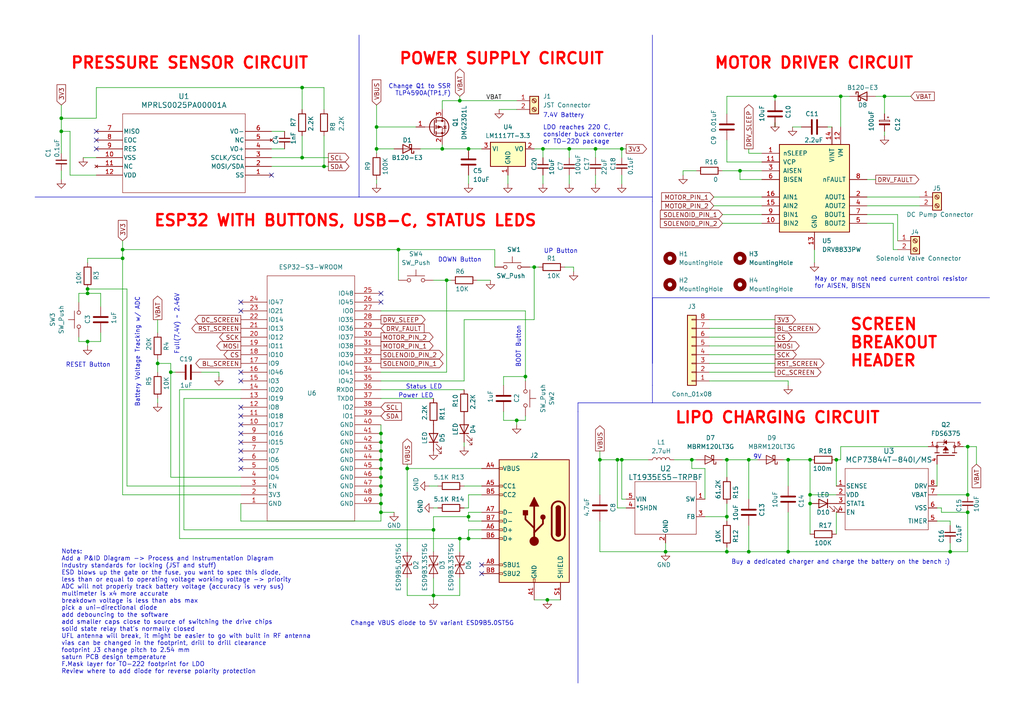
<source format=kicad_sch>
(kicad_sch (version 20230121) (generator eeschema)
  (paper "A4")
  (title_block (title "AT01 - Initial Revision") (date "2023-11-16") (rev "1"))
  (junction (at 110.49 133.35))
  (junction (at 125.73 172.72))
  (junction (at 234.95 143.51))
  (junction (at 25.4 85.09))
  (junction (at 110.49 148.59))
  (junction (at 180.34 43.18))
  (junction (at 118.11 135.89))
  (junction (at 275.59 160.02))
  (junction (at 135.89 43.18))
  (junction (at 217.17 160.02))
  (junction (at 110.49 146.05))
  (junction (at 217.17 133.35))
  (junction (at 110.49 128.27))
  (junction (at 110.49 140.97))
  (junction (at 109.22 43.18))
  (junction (at 210.82 149.86))
  (junction (at 109.22 36.83))
  (junction (at 110.49 135.89))
  (junction (at 129.54 81.28))
  (junction (at 157.48 43.18))
  (junction (at 154.94 77.47))
  (junction (at 200.66 133.35))
  (junction (at 17.78 38.1))
  (junction (at 128.27 43.18))
  (junction (at 256.54 27.94))
  (junction (at 35.56 74.93))
  (junction (at 228.6 160.02))
  (junction (at 135.89 149.86))
  (junction (at 87.63 25.4))
  (junction (at 49.53 107.95))
  (junction (at 280.67 129.54))
  (junction (at 280.67 148.59))
  (junction (at 125.73 153.67))
  (junction (at 45.72 105.41))
  (junction (at 173.99 133.35))
  (junction (at 165.1 43.18))
  (junction (at 180.34 133.35))
  (junction (at 25.4 83.82))
  (junction (at 158.75 173.99))
  (junction (at 179.07 133.35))
  (junction (at 110.49 138.43))
  (junction (at 243.84 27.94))
  (junction (at 35.56 72.39))
  (junction (at 210.82 160.02))
  (junction (at 93.98 48.26))
  (junction (at 87.63 45.72))
  (junction (at 193.04 160.02))
  (junction (at 214.63 49.53))
  (junction (at 234.95 146.05))
  (junction (at 280.67 143.51))
  (junction (at 172.72 43.18))
  (junction (at 228.6 133.35))
  (junction (at 135.89 156.21))
  (junction (at 17.78 34.29))
  (junction (at 133.35 29.21))
  (junction (at 152.4 109.22))
  (junction (at 210.82 133.35))
  (junction (at 115.57 72.39))
  (junction (at 242.57 133.35))
  (junction (at 234.95 133.35))
  (junction (at 110.49 130.81))
  (junction (at 110.49 125.73))
  (junction (at 25.4 99.06))
  (junction (at 149.86 121.92))
  (junction (at 110.49 143.51))
  (junction (at 224.79 27.94))
  (junction (at 133.35 156.21))
  (no_connect (at 69.85 110.49))
  (no_connect (at 110.49 85.09))
  (no_connect (at 27.94 40.64))
  (no_connect (at 139.7 166.37))
  (no_connect (at 69.85 128.27))
  (no_connect (at 69.85 87.63))
  (no_connect (at 110.49 87.63))
  (no_connect (at 69.85 133.35))
  (no_connect (at 27.94 43.18))
  (no_connect (at 69.85 125.73))
  (no_connect (at 78.74 50.8))
  (no_connect (at 69.85 123.19))
  (no_connect (at 69.85 118.11))
  (no_connect (at 69.85 130.81))
  (no_connect (at 139.7 163.83))
  (no_connect (at 69.85 90.17))
  (no_connect (at 69.85 135.89))
  (no_connect (at 69.85 107.95))
  (no_connect (at 69.85 120.65))
  (no_connect (at 27.94 38.1))
  (wire (pts (xy 180.34 43.18) (xy 180.34 45.72)))
  (wire (pts (xy 220.98 49.53) (xy 214.63 49.53)))
  (wire (pts (xy 133.35 156.21) (xy 133.35 160.02)))
  (wire (pts (xy 110.49 113.03) (xy 134.62 113.03)))
  (wire (pts (xy 210.82 133.35) (xy 217.17 133.35)))
  (wire (pts (xy 93.98 25.4) (xy 93.98 31.75)))
  (wire (pts (xy 69.85 151.13) (xy 69.85 146.05)))
  (wire (pts (xy 280.67 143.51) (xy 280.67 129.54)))
  (wire (pts (xy 157.48 43.18) (xy 165.1 43.18)))
  (wire (pts (xy 179.07 147.32) (xy 179.07 133.35)))
  (wire (pts (xy 279.4 129.54) (xy 280.67 129.54)))
  (polyline (pts (xy 167.64 119.38) (xy 167.64 198.12)))
  (wire (pts (xy 204.47 149.86) (xy 210.82 149.86)))
  (polyline (pts (xy 189.23 86.36) (xy 189.23 105.41)))
  (wire (pts (xy 146.05 119.38) (xy 146.05 121.92)))
  (polyline (pts (xy 104.14 10.16) (xy 104.14 57.15)))
  (wire (pts (xy 158.75 173.99) (xy 162.56 173.99)))
  (wire (pts (xy 193.04 157.48) (xy 193.04 160.02)))
  (wire (pts (xy 234.95 143.51) (xy 234.95 133.35)))
  (wire (pts (xy 118.11 135.89) (xy 139.7 135.89)))
  (wire (pts (xy 201.93 133.35) (xy 200.66 133.35)))
  (wire (pts (xy 217.17 133.35) (xy 219.71 133.35)))
  (wire (pts (xy 110.49 143.51) (xy 110.49 146.05)))
  (wire (pts (xy 210.82 146.05) (xy 210.82 149.86)))
  (wire (pts (xy 53.34 115.57) (xy 53.34 153.67)))
  (wire (pts (xy 152.4 121.92) (xy 149.86 121.92)))
  (wire (pts (xy 110.49 133.35) (xy 110.49 135.89)))
  (wire (pts (xy 87.63 45.72) (xy 95.25 45.72)))
  (wire (pts (xy 207.01 57.15) (xy 220.98 57.15)))
  (wire (pts (xy 234.95 146.05) (xy 234.95 154.94)))
  (wire (pts (xy 228.6 133.35) (xy 228.6 140.97)))
  (wire (pts (xy 53.34 153.67) (xy 125.73 153.67)))
  (wire (pts (xy 227.33 133.35) (xy 228.6 133.35)))
  (wire (pts (xy 24.13 45.72) (xy 27.94 45.72)))
  (wire (pts (xy 173.99 133.35) (xy 173.99 143.51)))
  (polyline (pts (xy 189.23 116.84) (xy 284.48 116.84)))
  (wire (pts (xy 146.05 111.76) (xy 146.05 109.22)))
  (wire (pts (xy 280.67 160.02) (xy 275.59 160.02)))
  (wire (pts (xy 135.89 149.86) (xy 135.89 151.13)))
  (wire (pts (xy 217.17 44.45) (xy 220.98 44.45)))
  (wire (pts (xy 139.7 148.59) (xy 135.89 148.59)))
  (wire (pts (xy 181.61 144.78) (xy 180.34 144.78)))
  (wire (pts (xy 69.85 151.13) (xy 110.49 151.13)))
  (wire (pts (xy 256.54 27.94) (xy 256.54 33.02)))
  (wire (pts (xy 29.21 88.9) (xy 29.21 85.09)))
  (wire (pts (xy 205.74 107.95) (xy 224.79 107.95)))
  (wire (pts (xy 242.57 133.35) (xy 242.57 140.97)))
  (wire (pts (xy 144.78 31.75) (xy 149.86 31.75)))
  (wire (pts (xy 133.35 29.21) (xy 149.86 29.21)))
  (wire (pts (xy 133.35 172.72) (xy 125.73 172.72)))
  (wire (pts (xy 256.54 38.1) (xy 256.54 39.37)))
  (wire (pts (xy 205.74 100.33) (xy 224.79 100.33)))
  (wire (pts (xy 25.4 99.06) (xy 29.21 99.06)))
  (wire (pts (xy 29.21 96.52) (xy 29.21 99.06)))
  (polyline (pts (xy 189.23 57.15) (xy 104.14 57.15)))
  (wire (pts (xy 242.57 143.51) (xy 234.95 143.51)))
  (wire (pts (xy 133.35 27.94) (xy 133.35 29.21)))
  (wire (pts (xy 271.78 151.13) (xy 275.59 151.13)))
  (wire (pts (xy 110.49 148.59) (xy 110.49 151.13)))
  (wire (pts (xy 125.73 149.86) (xy 135.89 149.86)))
  (wire (pts (xy 271.78 147.32) (xy 273.05 147.32)))
  (wire (pts (xy 275.59 160.02) (xy 228.6 160.02)))
  (wire (pts (xy 135.89 43.18) (xy 139.7 43.18)))
  (wire (pts (xy 205.74 110.49) (xy 228.6 110.49)))
  (wire (pts (xy 228.6 110.49) (xy 228.6 111.76)))
  (wire (pts (xy 27.94 50.8) (xy 20.32 50.8)))
  (wire (pts (xy 217.17 133.35) (xy 217.17 144.78)))
  (wire (pts (xy 153.67 77.47) (xy 154.94 77.47)))
  (wire (pts (xy 193.04 160.02) (xy 210.82 160.02)))
  (wire (pts (xy 109.22 30.48) (xy 109.22 36.83)))
  (wire (pts (xy 125.73 172.72) (xy 125.73 173.99)))
  (wire (pts (xy 133.35 167.64) (xy 133.35 172.72)))
  (wire (pts (xy 139.7 153.67) (xy 135.89 153.67)))
  (wire (pts (xy 17.78 49.53) (xy 17.78 52.07)))
  (wire (pts (xy 220.98 52.07) (xy 214.63 52.07)))
  (wire (pts (xy 134.62 128.27) (xy 134.62 129.54)))
  (wire (pts (xy 166.37 78.74) (xy 166.37 77.47)))
  (wire (pts (xy 78.74 43.18) (xy 82.55 43.18)))
  (wire (pts (xy 110.49 123.19) (xy 110.49 125.73)))
  (wire (pts (xy 209.55 49.53) (xy 214.63 49.53)))
  (wire (pts (xy 127 140.97) (xy 124.46 140.97)))
  (wire (pts (xy 210.82 27.94) (xy 224.79 27.94)))
  (wire (pts (xy 69.85 140.97) (xy 36.83 140.97)))
  (wire (pts (xy 22.86 99.06) (xy 25.4 99.06)))
  (wire (pts (xy 271.78 140.97) (xy 271.78 134.62)))
  (wire (pts (xy 78.74 48.26) (xy 93.98 48.26)))
  (wire (pts (xy 135.89 143.51) (xy 135.89 147.32)))
  (wire (pts (xy 251.46 59.69) (xy 266.7 59.69)))
  (wire (pts (xy 52.07 156.21) (xy 52.07 113.03)))
  (wire (pts (xy 69.85 143.51) (xy 35.56 143.51)))
  (wire (pts (xy 35.56 69.85) (xy 35.56 72.39)))
  (wire (pts (xy 20.32 50.8) (xy 20.32 38.1)))
  (wire (pts (xy 149.86 121.92) (xy 149.86 123.19)))
  (wire (pts (xy 134.62 110.49) (xy 134.62 92.71)))
  (wire (pts (xy 17.78 34.29) (xy 17.78 38.1)))
  (wire (pts (xy 214.63 52.07) (xy 214.63 49.53)))
  (wire (pts (xy 110.49 125.73) (xy 110.49 128.27)))
  (wire (pts (xy 242.57 148.59) (xy 242.57 154.94)))
  (wire (pts (xy 205.74 97.79) (xy 224.79 97.79)))
  (wire (pts (xy 259.08 64.77) (xy 251.46 64.77)))
  (wire (pts (xy 25.4 83.82) (xy 36.83 83.82)))
  (wire (pts (xy 129.54 81.28) (xy 130.81 81.28)))
  (wire (pts (xy 25.4 85.09) (xy 29.21 85.09)))
  (wire (pts (xy 210.82 149.86) (xy 210.82 151.13)))
  (wire (pts (xy 256.54 27.94) (xy 264.16 27.94)))
  (wire (pts (xy 204.47 144.78) (xy 204.47 135.89)))
  (wire (pts (xy 109.22 36.83) (xy 109.22 43.18)))
  (wire (pts (xy 165.1 43.18) (xy 165.1 45.72)))
  (wire (pts (xy 210.82 133.35) (xy 210.82 138.43)))
  (polyline (pts (xy 189.23 116.84) (xy 167.64 116.84)))
  (wire (pts (xy 139.7 140.97) (xy 134.62 140.97)))
  (wire (pts (xy 125.73 81.28) (xy 129.54 81.28)))
  (wire (pts (xy 210.82 133.35) (xy 209.55 133.35)))
  (wire (pts (xy 224.79 35.56) (xy 224.79 36.83)))
  (wire (pts (xy 210.82 160.02) (xy 210.82 158.75)))
  (wire (pts (xy 210.82 46.99) (xy 220.98 46.99)))
  (wire (pts (xy 114.3 148.59) (xy 110.49 148.59)))
  (wire (pts (xy 45.72 92.71) (xy 45.72 96.52)))
  (wire (pts (xy 152.4 90.17) (xy 152.4 109.22)))
  (wire (pts (xy 234.95 133.35) (xy 228.6 133.35)))
  (wire (pts (xy 129.54 107.95) (xy 129.54 81.28)))
  (wire (pts (xy 63.5 109.22) (xy 63.5 107.95)))
  (wire (pts (xy 135.89 50.8) (xy 135.89 53.34)))
  (wire (pts (xy 275.59 151.13) (xy 275.59 152.4)))
  (wire (pts (xy 110.49 135.89) (xy 110.49 138.43)))
  (wire (pts (xy 49.53 107.95) (xy 50.8 107.95)))
  (wire (pts (xy 210.82 27.94) (xy 210.82 33.02)))
  (wire (pts (xy 280.67 148.59) (xy 280.67 160.02)))
  (wire (pts (xy 118.11 134.62) (xy 118.11 135.89)))
  (wire (pts (xy 259.08 72.39) (xy 259.08 64.77)))
  (polyline (pts (xy 189.23 111.76) (xy 189.23 116.84)))
  (wire (pts (xy 87.63 25.4) (xy 87.63 31.75)))
  (wire (pts (xy 200.66 135.89) (xy 200.66 133.35)))
  (wire (pts (xy 110.49 130.81) (xy 110.49 133.35)))
  (wire (pts (xy 125.73 149.86) (xy 125.73 153.67)))
  (wire (pts (xy 128.27 41.91) (xy 128.27 43.18)))
  (wire (pts (xy 154.94 43.18) (xy 157.48 43.18)))
  (wire (pts (xy 165.1 43.18) (xy 172.72 43.18)))
  (wire (pts (xy 128.27 29.21) (xy 128.27 31.75)))
  (wire (pts (xy 152.4 120.65) (xy 152.4 121.92)))
  (wire (pts (xy 152.4 109.22) (xy 152.4 110.49)))
  (wire (pts (xy 139.7 143.51) (xy 135.89 143.51)))
  (wire (pts (xy 154.94 77.47) (xy 156.21 77.47)))
  (wire (pts (xy 22.86 85.09) (xy 22.86 87.63)))
  (wire (pts (xy 135.89 156.21) (xy 133.35 156.21)))
  (wire (pts (xy 172.72 43.18) (xy 172.72 45.72)))
  (wire (pts (xy 157.48 43.18) (xy 157.48 45.72)))
  (polyline (pts (xy 167.64 116.84) (xy 167.64 119.38)))
  (wire (pts (xy 110.49 146.05) (xy 110.49 148.59)))
  (wire (pts (xy 165.1 50.8) (xy 165.1 53.34)))
  (wire (pts (xy 120.65 36.83) (xy 109.22 36.83)))
  (wire (pts (xy 283.21 129.54) (xy 283.21 134.62)))
  (wire (pts (xy 259.08 72.39) (xy 260.35 72.39)))
  (wire (pts (xy 27.94 25.4) (xy 87.63 25.4)))
  (wire (pts (xy 205.74 102.87) (xy 224.79 102.87)))
  (polyline (pts (xy 189.23 10.16) (xy 189.23 58.42)))
  (wire (pts (xy 25.4 74.93) (xy 25.4 76.2)))
  (wire (pts (xy 273.05 147.32) (xy 273.05 148.59)))
  (wire (pts (xy 228.6 160.02) (xy 217.17 160.02)))
  (wire (pts (xy 224.79 27.94) (xy 243.84 27.94)))
  (wire (pts (xy 198.12 50.8) (xy 198.12 49.53)))
  (polyline (pts (xy 189.23 58.42) (xy 189.23 86.36)))
  (wire (pts (xy 173.99 133.35) (xy 179.07 133.35)))
  (wire (pts (xy 36.83 83.82) (xy 36.83 140.97)))
  (wire (pts (xy 166.37 77.47) (xy 163.83 77.47)))
  (wire (pts (xy 109.22 52.07) (xy 109.22 53.34)))
  (wire (pts (xy 17.78 30.48) (xy 17.78 34.29)))
  (wire (pts (xy 243.84 27.94) (xy 243.84 36.83)))
  (wire (pts (xy 210.82 40.64) (xy 210.82 46.99)))
  (wire (pts (xy 115.57 72.39) (xy 143.51 72.39)))
  (wire (pts (xy 110.49 90.17) (xy 152.4 90.17)))
  (polyline (pts (xy 189.23 86.36) (xy 189.23 111.76)))
  (wire (pts (xy 149.86 121.92) (xy 146.05 121.92)))
  (wire (pts (xy 205.74 105.41) (xy 224.79 105.41)))
  (wire (pts (xy 125.73 167.64) (xy 125.73 172.72)))
  (wire (pts (xy 280.67 129.54) (xy 283.21 129.54)))
  (wire (pts (xy 128.27 29.21) (xy 133.35 29.21)))
  (wire (pts (xy 110.49 107.95) (xy 129.54 107.95)))
  (wire (pts (xy 154.94 92.71) (xy 154.94 77.47)))
  (wire (pts (xy 49.53 138.43) (xy 49.53 107.95)))
  (wire (pts (xy 243.84 133.35) (xy 242.57 133.35)))
  (wire (pts (xy 22.86 97.79) (xy 22.86 99.06)))
  (wire (pts (xy 157.48 50.8) (xy 157.48 53.34)))
  (wire (pts (xy 45.72 104.14) (xy 45.72 105.41)))
  (wire (pts (xy 110.49 110.49) (xy 134.62 110.49)))
  (wire (pts (xy 121.92 43.18) (xy 128.27 43.18)))
  (wire (pts (xy 93.98 39.37) (xy 93.98 48.26)))
  (wire (pts (xy 204.47 135.89) (xy 200.66 135.89)))
  (wire (pts (xy 125.73 153.67) (xy 125.73 160.02)))
  (wire (pts (xy 134.62 92.71) (xy 154.94 92.71)))
  (wire (pts (xy 109.22 43.18) (xy 109.22 44.45)))
  (wire (pts (xy 260.35 62.23) (xy 251.46 62.23)))
  (wire (pts (xy 154.94 173.99) (xy 158.75 173.99)))
  (wire (pts (xy 260.35 69.85) (xy 260.35 62.23)))
  (wire (pts (xy 271.78 143.51) (xy 280.67 143.51)))
  (wire (pts (xy 243.84 129.54) (xy 243.84 133.35)))
  (wire (pts (xy 179.07 133.35) (xy 180.34 133.35)))
  (wire (pts (xy 45.72 105.41) (xy 45.72 107.95)))
  (wire (pts (xy 180.34 144.78) (xy 180.34 133.35)))
  (wire (pts (xy 172.72 50.8) (xy 172.72 53.34)))
  (wire (pts (xy 209.55 64.77) (xy 220.98 64.77)))
  (wire (pts (xy 135.89 147.32) (xy 134.62 147.32)))
  (wire (pts (xy 180.34 50.8) (xy 180.34 53.34)))
  (wire (pts (xy 152.4 109.22) (xy 146.05 109.22)))
  (wire (pts (xy 198.12 49.53) (xy 201.93 49.53)))
  (wire (pts (xy 205.74 92.71) (xy 224.79 92.71)))
  (wire (pts (xy 69.85 115.57) (xy 53.34 115.57)))
  (wire (pts (xy 128.27 43.18) (xy 135.89 43.18)))
  (wire (pts (xy 236.22 72.39) (xy 236.22 76.2)))
  (wire (pts (xy 52.07 113.03) (xy 69.85 113.03)))
  (wire (pts (xy 115.57 81.28) (xy 115.57 72.39)))
  (wire (pts (xy 207.01 59.69) (xy 220.98 59.69)))
  (wire (pts (xy 243.84 27.94) (xy 246.38 27.94)))
  (wire (pts (xy 241.3 36.83) (xy 240.03 36.83)))
  (wire (pts (xy 217.17 43.18) (xy 217.17 44.45)))
  (wire (pts (xy 228.6 148.59) (xy 228.6 160.02)))
  (wire (pts (xy 195.58 133.35) (xy 200.66 133.35)))
  (wire (pts (xy 173.99 151.13) (xy 173.99 160.02)))
  (wire (pts (xy 229.87 36.83) (xy 232.41 36.83)))
  (wire (pts (xy 110.49 138.43) (xy 110.49 140.97)))
  (wire (pts (xy 135.89 148.59) (xy 135.89 149.86)))
  (wire (pts (xy 172.72 43.18) (xy 180.34 43.18)))
  (wire (pts (xy 173.99 160.02) (xy 193.04 160.02)))
  (wire (pts (xy 35.56 74.93) (xy 35.56 143.51)))
  (wire (pts (xy 269.24 129.54) (xy 243.84 129.54)))
  (wire (pts (xy 125.73 172.72) (xy 118.11 172.72)))
  (wire (pts (xy 110.49 140.97) (xy 110.49 143.51)))
  (wire (pts (xy 45.72 105.41) (xy 49.53 105.41)))
  (wire (pts (xy 217.17 152.4) (xy 217.17 160.02)))
  (wire (pts (xy 35.56 72.39) (xy 35.56 74.93)))
  (wire (pts (xy 251.46 52.07) (xy 254 52.07)))
  (wire (pts (xy 210.82 160.02) (xy 217.17 160.02)))
  (wire (pts (xy 224.79 27.94) (xy 224.79 29.21)))
  (wire (pts (xy 110.49 128.27) (xy 110.49 130.81)))
  (wire (pts (xy 52.07 156.21) (xy 133.35 156.21)))
  (wire (pts (xy 118.11 167.64) (xy 118.11 172.72)))
  (wire (pts (xy 143.51 77.47) (xy 143.51 72.39)))
  (wire (pts (xy 118.11 135.89) (xy 118.11 160.02)))
  (wire (pts (xy 139.7 151.13) (xy 135.89 151.13)))
  (wire (pts (xy 173.99 130.81) (xy 173.99 133.35)))
  (wire (pts (xy 209.55 62.23) (xy 220.98 62.23)))
  (wire (pts (xy 139.7 156.21) (xy 135.89 156.21)))
  (wire (pts (xy 25.4 74.93) (xy 35.56 74.93)))
  (wire (pts (xy 45.72 115.57) (xy 45.72 116.84)))
  (wire (pts (xy 17.78 38.1) (xy 17.78 44.45)))
  (wire (pts (xy 87.63 25.4) (xy 93.98 25.4)))
  (wire (pts (xy 78.74 38.1) (xy 82.55 38.1)))
  (wire (pts (xy 109.22 43.18) (xy 114.3 43.18)))
  (wire (pts (xy 205.74 95.25) (xy 224.79 95.25)))
  (wire (pts (xy 180.34 43.18) (xy 181.61 43.18)))
  (wire (pts (xy 138.43 81.28) (xy 142.24 81.28)))
  (wire (pts (xy 147.32 50.8) (xy 147.32 53.34)))
  (wire (pts (xy 25.4 99.06) (xy 25.4 100.33)))
  (wire (pts (xy 69.85 138.43) (xy 49.53 138.43)))
  (wire (pts (xy 25.4 85.09) (xy 22.86 85.09)))
  (wire (pts (xy 127 147.32) (xy 125.73 147.32)))
  (wire (pts (xy 93.98 48.26) (xy 95.25 48.26)))
  (wire (pts (xy 63.5 107.95) (xy 58.42 107.95)))
  (wire (pts (xy 275.59 157.48) (xy 275.59 160.02)))
  (wire (pts (xy 273.05 148.59) (xy 280.67 148.59)))
  (wire (pts (xy 20.32 38.1) (xy 17.78 38.1)))
  (wire (pts (xy 234.95 143.51) (xy 234.95 146.05)))
  (wire (pts (xy 181.61 147.32) (xy 179.07 147.32)))
  (wire (pts (xy 25.4 83.82) (xy 25.4 85.09)))
  (wire (pts (xy 27.94 34.29) (xy 27.94 25.4)))
  (wire (pts (xy 87.63 39.37) (xy 87.63 45.72)))
  (wire (pts (xy 49.53 107.95) (xy 49.53 105.41)))
  (wire (pts (xy 251.46 57.15) (xy 266.7 57.15)))
  (wire (pts (xy 125.73 115.57) (xy 110.49 115.57)))
  (wire (pts (xy 254 27.94) (xy 256.54 27.94)))
  (wire (pts (xy 180.34 133.35) (xy 187.96 133.35)))
  (wire (pts (xy 35.56 72.39) (xy 115.57 72.39)))
  (wire (pts (xy 78.74 45.72) (xy 87.63 45.72)))
  (wire (pts (xy 135.89 153.67) (xy 135.89 156.21)))
  (polyline (pts (xy 10.16 57.15) (xy 104.14 57.15)))
  (wire (pts (xy 17.78 34.29) (xy 27.94 34.29)))
  (polyline (pts (xy 189.23 86.36) (xy 287.02 86.36)))
  (text "UP Button" (at 167.64 73.66 0) (effects (font (size 1.27 1.27)) (justify right bottom)))
  (text "Change Q1 to SSR\nTLP4590A(TP1,F)" (at 130.81 27.94 0) (effects (font (size 1.27 1.27)) (justify right bottom)))
  (text "LIPO CHARGING CIRCUIT" (at 195.58 123.19 0) (effects (font (size 3.27 3.27) (thickness 0.654) bold) (justify left bottom)))
  (text "Full(7.4V) ~ 2.46V" (at 52.07 102.87 90) (effects (font (size 1.27 1.27)) (justify left bottom)))
  (text "PRESSURE SENSOR CIRCUIT" (at 20.32 20.32 0) (effects (font (size 3.27 3.27) (thickness 0.654) bold) (justify left bottom)))
  (text "RESET Button" (at 19.05 106.68 0) (effects (font (size 1.27 1.27)) (justify left bottom)))
  (text "POWER SUPPLY CIRCUIT" (at 115.57 19.05 0) (effects (font (size 3.27 3.27) (thickness 0.654) bold) (justify left bottom)))
  (text "Change VBUS diode to 5V variant ESD9B5.0ST5G" (at 101.6 181.61 0) (effects (font (size 1.27 1.27)) (justify left bottom)))
  (text "7.4V Battery" (at 157.48 34.29 0) (effects (font (size 1.27 1.27)) (justify left bottom)))
  (text "Buy a dedicated charger and charge the battery on the bench :)" (at 212.09 163.83 0) (effects (font (size 1.27 1.27)) (justify left bottom)))
  (text "9V" (at 218.44 133.35 0) (effects (font (size 1.27 1.27)) (justify left bottom)))
  (text "ESP32 WITH BUTTONS, USB-C, STATUS LEDS" (at 44.45 66.04 0) (effects (font (size 3.27 3.27) (thickness 0.654) bold) (justify left bottom)))
  (text "LDO reaches 220 C, \nconsider buck converter\nor TO-220 package" (at 157.48 41.91 0) (effects (font (size 1.27 1.27)) (justify left bottom)))
  (text "Power LED" (at 125.73 115.57 0) (effects (font (size 1.27 1.27)) (justify right bottom)))
  (text "SCREEN\nBREAKOUT\nHEADER" (at 246.38 106.68 0) (effects (font (size 3.27 3.27) (thickness 0.654) bold) (justify left bottom)))
  (text "BOOT Button" (at 151.13 106.68 90) (effects (font (size 1.27 1.27)) (justify left bottom)))
  (text "May or may not need current control resistor\nfor AISEN, BISEN" (at 236.22 83.82 0) (effects (font (size 1.27 1.27)) (justify left bottom)))
  (text "MOTOR DRIVER CIRCUIT" (at 207.01 20.32 0) (effects (font (size 3.27 3.27) (thickness 0.654) bold) (justify left bottom)))
  (text "DOWN Button" (at 127 76.2 0) (effects (font (size 1.27 1.27)) (justify left bottom)))
  (text "Battery Voltage Tracking w/ ADC" (at 40.64 118.11 90) (effects (font (size 1.27 1.27)) (justify left bottom)))
  (text "Notes:\nAdd a P&ID Diagram -> Process and Instrumentation Diagram\nIndustry standards for locking (JST and stuff)\nESD blows up the gate or the fuse, you want to spec this diode,\nless than or equal to operating voltage working voltage -> priority\nADC will not properly track battery voltage (accuracy is very sus) \nmultimeter is x4 more accurate\nbreakdown voltage is less than abs max\npick a uni-directional diode\nadd debouncing to the software\nadd smaller caps close to source of switching the drive chips\nsolid state relay that's normally closed \nUFL antenna will break, it might be easier to go with built in RF antenna\nvias can be changed in the footprint, drill to drill clearance\nfootprint J3 change pitch to 2.54 mm\nsaturn PCB design temperature\nF.Mask layer for TO-222 footprint for LDO\nReview where to add diode for reverse polarity protection" (at 17.78 195.58 0) (effects (font (size 1.27 1.27)) (justify left bottom)))
  (text "Status LED" (at 128.27 113.03 0) (effects (font (size 1.27 1.27)) (justify right bottom)))
  (label "VBAT" (at 140.97 29.21 0))
  (global_label "3V3" (shape input) (at 35.56 69.85 90) (property "Intersheetrefs" "${INTERSHEET_REFS}" (effects hide)))
  (global_label "BL_SCREEN" (shape output) (at 224.79 95.25 0) (property "Intersheetrefs" "${INTERSHEET_REFS}" (effects hide)))
  (global_label "MOTOR_PIN_1" (shape output) (at 110.49 100.33 0) (property "Intersheetrefs" "${INTERSHEET_REFS}" (effects hide)))
  (global_label "DRV_SLEEP" (shape output) (at 217.17 43.18 90) (property "Intersheetrefs" "${INTERSHEET_REFS}" (effects hide)))
  (global_label "VBUS" (shape input) (at 109.22 30.48 90) (property "Intersheetrefs" "${INTERSHEET_REFS}" (effects hide)))
  (global_label "3V3" (shape input) (at 17.78 30.48 90) (property "Intersheetrefs" "${INTERSHEET_REFS}" (effects hide)))
  (global_label "MOSI" (shape output) (at 69.85 100.33 180) (property "Intersheetrefs" "${INTERSHEET_REFS}" (effects hide)))
  (global_label "SOLENOID_PIN_2" (shape output) (at 110.49 102.87 0) (property "Intersheetrefs" "${INTERSHEET_REFS}" (effects hide)))
  (global_label "VBAT" (shape input) (at 283.21 134.62 270) (property "Intersheetrefs" "${INTERSHEET_REFS}" (effects hide)))
  (global_label "DRV_FAULT" (shape input) (at 110.49 95.25 0) (property "Intersheetrefs" "${INTERSHEET_REFS}" (effects hide)))
  (global_label "VBAT" (shape bidirectional) (at 133.35 27.94 90) (property "Intersheetrefs" "${INTERSHEET_REFS}" (effects hide)))
  (global_label "SCK" (shape output) (at 224.79 102.87 0) (property "Intersheetrefs" "${INTERSHEET_REFS}" (effects hide)))
  (global_label "SDA" (shape input) (at 110.49 120.65 0) (property "Intersheetrefs" "${INTERSHEET_REFS}" (effects hide)))
  (global_label "SCK" (shape output) (at 69.85 97.79 180) (property "Intersheetrefs" "${INTERSHEET_REFS}" (effects hide)))
  (global_label "MOTOR_PIN_2" (shape output) (at 110.49 97.79 0) (property "Intersheetrefs" "${INTERSHEET_REFS}" (effects hide)))
  (global_label "3V3" (shape output) (at 181.61 43.18 0) (property "Intersheetrefs" "${INTERSHEET_REFS}" (effects hide)))
  (global_label "SCL" (shape output) (at 95.25 45.72 0) (property "Intersheetrefs" "${INTERSHEET_REFS}" (effects hide)))
  (global_label "SOLENOID_PIN_1" (shape input) (at 209.55 62.23 180) (property "Intersheetrefs" "${INTERSHEET_REFS}" (effects hide)))
  (global_label "CS" (shape output) (at 224.79 97.79 0) (property "Intersheetrefs" "${INTERSHEET_REFS}" (effects hide)))
  (global_label "SDA" (shape output) (at 95.25 48.26 0) (property "Intersheetrefs" "${INTERSHEET_REFS}" (effects hide)))
  (global_label "VBAT" (shape input) (at 264.16 27.94 0) (property "Intersheetrefs" "${INTERSHEET_REFS}" (effects hide)))
  (global_label "BL_SCREEN" (shape output) (at 69.85 105.41 180) (property "Intersheetrefs" "${INTERSHEET_REFS}" (effects hide)))
  (global_label "MOTOR_PIN_1" (shape input) (at 207.01 57.15 180) (property "Intersheetrefs" "${INTERSHEET_REFS}" (effects hide)))
  (global_label "VBUS" (shape output) (at 118.11 134.62 90) (property "Intersheetrefs" "${INTERSHEET_REFS}" (effects hide)))
  (global_label "RST_SCREEN" (shape output) (at 69.85 95.25 180) (property "Intersheetrefs" "${INTERSHEET_REFS}" (effects hide)))
  (global_label "RST_SCREEN" (shape output) (at 224.79 105.41 0) (property "Intersheetrefs" "${INTERSHEET_REFS}" (effects hide)))
  (global_label "MOTOR_PIN_2" (shape input) (at 207.01 59.69 180) (property "Intersheetrefs" "${INTERSHEET_REFS}" (effects hide)))
  (global_label "DRV_FAULT" (shape output) (at 254 52.07 0) (property "Intersheetrefs" "${INTERSHEET_REFS}" (effects hide)))
  (global_label "3V3" (shape output) (at 224.79 92.71 0) (property "Intersheetrefs" "${INTERSHEET_REFS}" (effects hide)))
  (global_label "VBAT" (shape output) (at 45.72 92.71 90) (property "Intersheetrefs" "${INTERSHEET_REFS}" (effects hide)))
  (global_label "VBUS" (shape output) (at 173.99 130.81 90) (property "Intersheetrefs" "${INTERSHEET_REFS}" (effects hide)))
  (global_label "SOLENOID_PIN_1" (shape output) (at 110.49 105.41 0) (property "Intersheetrefs" "${INTERSHEET_REFS}" (effects hide)))
  (global_label "DC_SCREEN" (shape output) (at 69.85 92.71 180) (property "Intersheetrefs" "${INTERSHEET_REFS}" (effects hide)))
  (global_label "MOSI" (shape output) (at 224.79 100.33 0) (property "Intersheetrefs" "${INTERSHEET_REFS}" (effects hide)))
  (global_label "SOLENOID_PIN_2" (shape input) (at 209.55 64.77 180) (property "Intersheetrefs" "${INTERSHEET_REFS}" (effects hide)))
  (global_label "CS" (shape output) (at 69.85 102.87 180) (property "Intersheetrefs" "${INTERSHEET_REFS}" (effects hide)))
  (global_label "SCL" (shape input) (at 110.49 118.11 0) (property "Intersheetrefs" "${INTERSHEET_REFS}" (effects hide)))
  (global_label "DRV_SLEEP" (shape output) (at 110.49 92.71 0) (property "Intersheetrefs" "${INTERSHEET_REFS}" (effects hide)))
  (global_label "DC_SCREEN" (shape output) (at 224.79 107.95 0) (property "Intersheetrefs" "${INTERSHEET_REFS}" (effects hide)))
  (symbol (lib_id "Regulator_Linear:LM1117T-3.3") (at 147.32 43.18 0) (unit 1)
    (property "Reference" "U4" (at 147.32 36.83 0))
    (property "Value" "LM1117T-3.3" (at 147.32 39.37 0))
    (property "Footprint" "Package_TO_SOT_THT:TO-220-3_Horizontal_TabDown" (effects hide))
    (property "Datasheet" "http://www.ti.com/lit/ds/symlink/lm1117.pdf" (effects hide))
  )
  (symbol (lib_id "power:GND") (at 147.32 53.34 0) (unit 1)
    (property "Reference" "#PWR019" (effects hide))
    (property "Value" "GND" (effects hide))
  )
  (symbol (lib_id "Device:C") (at 135.89 46.99 0) (unit 1)
    (property "Reference" "C5" (at 137.16 49.53 0) (effects (justify left)))
    (property "Value" "10uF" (at 137.16 52.07 0) (effects (justify left)))
    (property "Footprint" "Capacitor_SMD:C_0603_1608Metric_Pad1.08x0.95mm_HandSolder" (effects hide))
  )
  (symbol (lib_id "power:GND") (at 135.89 53.34 0) (unit 1)
    (property "Reference" "#PWR013" (effects hide))
    (property "Value" "GND" (effects hide))
  )
  (symbol (lib_id "Switch:SW_Push") (at 148.59 77.47 0) (unit 1)
    (property "Reference" "SW1" (at 151.13 72.39 0) (effects (justify right)))
    (property "Value" "SW_Push" (at 152.4 80.01 0) (effects (justify right)))
    (property "Footprint" "Button_Switch_THT:SW_PUSH_6mm" (effects hide))
  )
  (symbol (lib_id "power:GND") (at 134.62 129.54 0) (unit 1)
    (property "Reference" "#PWR016" (effects hide))
    (property "Value" "GND" (effects hide))
  )
  (symbol (lib_id "Switch:SW_Push") (at 120.65 81.28 0) (unit 1)
    (property "Reference" "SW4" (at 120.65 73.66 0))
    (property "Value" "SW_Push" (at 120.65 76.2 0))
    (property "Footprint" "Button_Switch_THT:SW_PUSH_6mm" (effects hide))
  )
  (symbol (lib_id "Device:C") (at 210.82 36.83 180) (unit 1)
    (property "Reference" "C9" (at 207.01 39.37 90) (effects (justify left)))
    (property "Value" "0.01uF" (at 207.01 31.75 90) (effects (justify left)))
    (property "Footprint" "Capacitor_SMD:C_0603_1608Metric_Pad1.08x0.95mm_HandSolder" (effects hide))
  )
  (symbol (lib_id "Device:C_Small") (at 172.72 48.26 0) (unit 1)
    (property "Reference" "C17" (at 170.18 49.53 90) (effects (justify left)))
    (property "Value" "22uF" (at 175.26 50.8 90) (effects (justify left)))
    (property "Footprint" "Capacitor_SMD:C_0603_1608Metric_Pad1.08x0.95mm_HandSolder" (effects hide))
  )
  (symbol (lib_id "power:GND") (at 63.5 109.22 0) (mirror y) (unit 1)
    (property "Reference" "#PWR030" (effects hide))
    (property "Value" "GND" (effects hide))
  )
  (symbol (lib_id "Diode:ESD9B3.3ST5G") (at 133.35 163.83 270) (mirror x) (unit 1)
    (property "Reference" "D6" (at 135.89 162.56 0) (effects (justify right)))
    (property "Value" "ESD9B3.3ST5G" (at 130.81 157.48 0) (effects (justify right)))
    (property "Footprint" "Diode_SMD:D_SOD-923" (effects hide))
    (property "Datasheet" "https://www.onsemi.com/pub/Collateral/ESD9B-D.PDF" (effects hide))
  )
  (symbol (lib_id "Connector_Generic:Conn_01x08") (at 200.66 102.87 180) (unit 1)
    (property "Reference" "J3" (at 200.66 88.9 0))
    (property "Value" "Conn_01x08" (at 200.66 114.3 0))
    (property "Footprint" "Connector_PinHeader_2.54mm:PinHeader_1x08_P2.54mm_Vertical" (effects hide))
  )
  (symbol (lib_id "Device:R") (at 25.4 80.01 0) (unit 1)
    (property "Reference" "R3" (at 27.94 81.28 90) (effects (justify left)))
    (property "Value" "10K" (at 22.86 82.55 90) (effects (justify left)))
    (property "Footprint" "Resistor_SMD:R_0603_1608Metric_Pad0.98x0.95mm_HandSolder" (effects hide))
  )
  (symbol (lib_id "Device:C") (at 173.99 147.32 0) (unit 1)
    (property "Reference" "C8" (at 177.8 148.59 90) (effects (justify left)))
    (property "Value" "4.7uF" (at 170.18 149.86 90) (effects (justify left)))
    (property "Footprint" "Capacitor_SMD:C_0603_1608Metric_Pad1.08x0.95mm_HandSolder" (effects hide))
  )
  (symbol (lib_id "2023-10-27_15-39-09:MCP73844T-840I_MS") (at 237.49 140.97 0) (unit 1)
    (property "Reference" "U3" (at 257.81 130.81 0) (effects (font (size 1.524 1.524))))
    (property "Value" "MCP73844T-840I/MS" (at 257.81 133.35 0) (effects (font (size 1.524 1.524))))
    (property "Footprint" "MSOP8_MC_MCH" (effects hide))
    (property "Datasheet" "MCP73844T-840I/MS" (effects hide))
  )
  (symbol (lib_id "Device:R") (at 160.02 77.47 90) (unit 1)
    (property "Reference" "R1" (at 161.29 74.93 90) (effects (justify left)))
    (property "Value" "10K" (at 162.56 80.01 90) (effects (justify left)))
    (property "Footprint" "Resistor_SMD:R_0603_1608Metric_Pad0.98x0.95mm_HandSolder" (effects hide))
  )
  (symbol (lib_id "power:GND") (at 125.73 130.81 0) (unit 1)
    (property "Reference" "#PWR018" (effects hide))
    (property "Value" "GND" (effects hide))
  )
  (symbol (lib_id "Device:R") (at 134.62 81.28 270) (mirror x) (unit 1)
    (property "Reference" "R6" (at 132.08 78.74 90) (effects (justify left)))
    (property "Value" "10K" (at 132.08 83.82 90) (effects (justify left)))
    (property "Footprint" "Resistor_SMD:R_0603_1608Metric_Pad0.98x0.95mm_HandSolder" (effects hide))
  )
  (symbol (lib_id "power:GND") (at 17.78 52.07 0) (unit 1)
    (property "Reference" "#PWR01" (effects hide))
    (property "Value" "GND" (effects hide))
  )
  (symbol (lib_id "power:GND") (at 149.86 123.19 0) (unit 1)
    (property "Reference" "#PWR04" (effects hide))
    (property "Value" "GND" (effects hide))
  )
  (symbol (lib_id "power:GND") (at 125.73 147.32 270) (mirror x) (unit 1)
    (property "Reference" "#PWR011" (effects hide))
    (property "Value" "GND" (at 121.92 144.78 0) (effects (justify right)))
  )
  (symbol (lib_id "power:GND") (at 166.37 78.74 0) (mirror y) (unit 1)
    (property "Reference" "#PWR02" (effects hide))
    (property "Value" "GND" (effects hide))
  )
  (symbol (lib_id "power:GND") (at 158.75 173.99 0) (mirror y) (unit 1)
    (property "Reference" "#PWR021" (effects hide))
    (property "Value" "GND" (effects hide))
  )
  (symbol (lib_id "Mechanical:MountingHole") (at 214.63 82.55 0) (unit 1)
    (property "Reference" "H4" (at 217.17 81.28 0) (effects (justify left)))
    (property "Value" "MountingHole" (at 217.17 83.82 0) (effects (justify left)))
    (property "Footprint" "MountingHole:MountingHole_2.2mm_M2_ISO7380" (effects hide))
  )
  (symbol (lib_id "Mechanical:MountingHole") (at 214.63 74.93 0) (unit 1)
    (property "Reference" "H3" (at 217.17 73.66 0) (effects (justify left)))
    (property "Value" "MountingHole" (at 217.17 76.2 0) (effects (justify left)))
    (property "Footprint" "MountingHole:MountingHole_2.2mm_M2_ISO7380" (effects hide))
  )
  (symbol (lib_id "Device:R") (at 210.82 154.94 0) (unit 1)
    (property "Reference" "R12" (at 213.36 157.48 90) (effects (justify left)))
    (property "Value" "10K" (at 208.28 157.48 90) (effects (justify left)))
    (property "Footprint" "Resistor_SMD:R_0603_1608Metric_Pad0.98x0.95mm_HandSolder" (effects hide))
  )
  (symbol (lib_id "power:GND") (at 198.12 50.8 0) (unit 1)
    (property "Reference" "#PWR024" (effects hide))
    (property "Value" "GND" (effects hide))
  )
  (symbol (lib_id "Diode:B120-E3") (at 118.11 43.18 180) (unit 1)
    (property "Reference" "D1" (at 118.11 40.64 0))
    (property "Value" "B120-E3" (at 118.11 45.72 0))
    (property "Footprint" "Diode_SMD:D_SMA" (effects hide))
    (property "Datasheet" "http://www.vishay.com/docs/88946/b120.pdf" (effects hide))
  )
  (symbol (lib_id "Device:C") (at 217.17 148.59 0) (unit 1)
    (property "Reference" "C13" (at 220.98 149.86 90) (effects (justify left)))
    (property "Value" "10uF" (at 213.36 151.13 90) (effects (justify left)))
    (property "Footprint" "Capacitor_SMD:C_0603_1608Metric_Pad1.08x0.95mm_HandSolder" (effects hide))
  )
  (symbol (lib_id "Device:C_Small") (at 180.34 48.26 0) (unit 1)
    (property "Reference" "C18" (at 177.8 49.53 90) (effects (justify left)))
    (property "Value" "0.1uF" (at 182.88 50.8 90) (effects (justify left)))
    (property "Footprint" "Capacitor_SMD:C_0603_1608Metric_Pad1.08x0.95mm_HandSolder" (effects hide))
  )
  (symbol (lib_id "power:GND") (at 157.48 53.34 0) (unit 1)
    (property "Reference" "#PWR020" (effects hide))
    (property "Value" "GND" (effects hide))
  )
  (symbol (lib_id "Connector:Screw_Terminal_01x02") (at 265.43 69.85 0) (unit 1)
    (property "Reference" "J4" (at 264.16 67.31 0) (effects (justify left)))
    (property "Value" "Solenoid Valve Connector" (at 254 74.93 0) (effects (justify left)))
    (property "Footprint" "TerminalBlock_4Ucon:TerminalBlock_4Ucon_1x02_P3.50mm_Horizontal" (effects hide))
  )
  (symbol (lib_id "2023-10-27_15-39-09:ESP32-S3-WROOM-1U-N16R8") (at 69.85 146.05 0) (mirror x) (unit 1)
    (property "Reference" "U6" (at 90.4494 114.046 0))
    (property "Value" "ESP32-S3-WROOM" (at 90.17 77.47 0))
    (property "Footprint" "RF_Module:ESP32-S3-WROOM-1U" (effects hide))
    (property "Datasheet" "ESP32-S3-WROOM-1U-N16R8" (effects hide))
  )
  (symbol (lib_id "power:GND") (at 180.34 53.34 0) (unit 1)
    (property "Reference" "#PWR023" (effects hide))
    (property "Value" "GND" (effects hide))
  )
  (symbol (lib_id "power:GND") (at 109.22 53.34 0) (unit 1)
    (property "Reference" "#PWR09" (effects hide))
    (property "Value" "GND" (effects hide))
  )
  (symbol (lib_id "Device:C_Small") (at 280.67 146.05 0) (unit 1)
    (property "Reference" "C15" (at 278.13 148.59 90) (effects (justify left)))
    (property "Value" "10uF" (at 283.21 148.59 90) (effects (justify left)))
    (property "Footprint" "Capacitor_SMD:C_0603_1608Metric_Pad1.08x0.95mm_HandSolder" (effects hide))
  )
  (symbol (lib_id "Device:R") (at 130.81 140.97 270) (mirror x) (unit 1)
    (property "Reference" "R13" (at 130.81 138.43 90) (effects (justify left)))
    (property "Value" "5.1K" (at 125.73 138.43 90) (effects (justify left)))
    (property "Footprint" "Resistor_SMD:R_0603_1608Metric_Pad0.98x0.95mm_HandSolder" (effects hide))
  )
  (symbol (lib_id "Driver_Motor:DRV8833PW") (at 236.22 54.61 0) (unit 1)
    (property "Reference" "U5" (at 238.4141 69.85 0) (effects (justify left)))
    (property "Value" "DRV8833PW" (at 238.4141 72.39 0) (effects (justify left)))
    (property "Footprint" "Package_SO:TSSOP-16_4.4x5mm_P0.65mm" (effects hide))
    (property "Datasheet" "http://www.ti.com/lit/ds/symlink/drv8833.pdf" (effects hide))
  )
  (symbol (lib_id "Device:R") (at 134.62 116.84 180) (unit 1)
    (property "Reference" "R10" (at 132.08 114.3 90) (effects (justify left)))
    (property "Value" "2.2K" (at 137.16 114.3 90) (effects (justify left)))
    (property "Footprint" "Resistor_SMD:R_0603_1608Metric_Pad0.98x0.95mm_HandSolder" (effects hide))
  )
  (symbol (lib_id "Device:LED") (at 238.76 146.05 0) (mirror y) (unit 1)
    (property "Reference" "D10" (at 238.76 148.59 0))
    (property "Value" "LED" (at 238.76 143.51 0))
    (property "Footprint" "LED_THT:LED_D3.0mm" (effects hide))
  )
  (symbol (lib_id "power:GND") (at 256.54 39.37 0) (unit 1)
    (property "Reference" "#PWR029" (effects hide))
    (property "Value" "GND" (effects hide))
  )
  (symbol (lib_id "Device:R") (at 238.76 133.35 90) (unit 1)
    (property "Reference" "R18" (at 241.3 130.81 90) (effects (justify left)))
    (property "Value" "100m" (at 241.3 135.89 90) (effects (justify left)))
    (property "Footprint" "Resistor_SMD:R_0603_1608Metric_Pad0.98x0.95mm_HandSolder" (effects hide))
  )
  (symbol (lib_id "Connector:USB_C_Receptacle_USB2.0") (at 154.94 151.13 0) (mirror y) (unit 1)
    (property "Reference" "J2" (at 154.94 132.08 0))
    (property "Value" "USB_C_Receptacle_USB2.0" (effects hide))
    (property "Footprint" "Connector_USB:USB_C_Receptacle_HRO_TYPE-C-31-M-12" (effects hide))
    (property "Datasheet" "https://www.usb.org/sites/default/files/documents/usb_type-c.zip" (effects hide))
  )
  (symbol (lib_id "Device:R") (at 45.72 111.76 180) (unit 1)
    (property "Reference" "R5" (at 43.18 109.22 90) (effects (justify left)))
    (property "Value" "10K" (at 48.26 109.22 90) (effects (justify left)))
    (property "Footprint" "Resistor_SMD:R_0603_1608Metric_Pad0.98x0.95mm_HandSolder" (effects hide))
  )
  (symbol (lib_id "Mechanical:MountingHole") (at 194.31 82.55 0) (unit 1)
    (property "Reference" "H2" (at 196.85 81.28 0) (effects (justify left)))
    (property "Value" "MountingHole" (at 196.85 83.82 0) (effects (justify left)))
    (property "Footprint" "MountingHole:MountingHole_2.2mm_M2_ISO7380" (effects hide))
  )
  (symbol (lib_id "Device:R") (at 125.73 119.38 0) (unit 1)
    (property "Reference" "R11" (at 128.27 121.92 90) (effects (justify left)))
    (property "Value" "2.2K" (at 123.19 121.92 90) (effects (justify left)))
    (property "Footprint" "Resistor_SMD:R_0603_1608Metric_Pad0.98x0.95mm_HandSolder" (effects hide))
  )
  (symbol (lib_id "Device:R") (at 130.81 147.32 270) (mirror x) (unit 1)
    (property "Reference" "R14" (at 130.81 144.78 90) (effects (justify left)))
    (property "Value" "5.1K" (at 125.73 144.78 90) (effects (justify left)))
    (property "Footprint" "Resistor_SMD:R_0603_1608Metric_Pad0.98x0.95mm_HandSolder" (effects hide))
  )
  (symbol (lib_id "Device:C_Small") (at 165.1 48.26 0) (unit 1)
    (property "Reference" "C7" (at 162.56 49.53 90) (effects (justify left)))
    (property "Value" "100uF" (at 167.64 50.8 90) (effects (justify left)))
    (property "Footprint" "Capacitor_SMD:C_0603_1608Metric_Pad1.08x0.95mm_HandSolder" (effects hide))
  )
  (symbol (lib_id "Device:C_Polarized_Small") (at 256.54 35.56 0) (mirror y) (unit 1)
    (property "Reference" "C12" (at 260.35 38.1 90) (effects (justify left)))
    (property "Value" "100uF" (at 252.73 38.1 90) (effects (justify left)))
    (property "Footprint" "Capacitor_SMD:CP_Elec_6.3x5.2" (effects hide))
  )
  (symbol (lib_id "Device:R") (at 93.98 35.56 0) (unit 1)
    (property "Reference" "R8" (at 96.52 38.1 90) (effects (justify left)))
    (property "Value" "2.2K" (at 99.06 38.1 90) (effects (justify left)))
    (property "Footprint" "Resistor_SMD:R_0603_1608Metric_Pad0.98x0.95mm_HandSolder" (effects hide))
  )
  (symbol (lib_id "Device:C") (at 146.05 115.57 0) (unit 1)
    (property "Reference" "C2" (at 149.86 116.84 90) (effects (justify left)))
    (property "Value" "1uF" (at 142.24 116.84 90) (effects (justify left)))
    (property "Footprint" "Capacitor_SMD:C_0603_1608Metric_Pad1.08x0.95mm_HandSolder" (effects hide))
  )
  (symbol (lib_id "Device:C") (at 228.6 144.78 0) (unit 1)
    (property "Reference" "C14" (at 232.41 147.32 90) (effects (justify left)))
    (property "Value" "10uF" (at 224.79 147.32 90) (effects (justify left)))
    (property "Footprint" "Capacitor_SMD:C_0603_1608Metric_Pad1.08x0.95mm_HandSolder" (effects hide))
  )
  (symbol (lib_id "Device:R") (at 210.82 142.24 0) (unit 1)
    (property "Reference" "R15" (at 213.36 144.78 90) (effects (justify left)))
    (property "Value" "61.2K" (at 208.28 144.78 90) (effects (justify left)))
    (property "Footprint" "Resistor_SMD:R_0402_1005Metric_Pad0.72x0.64mm_HandSolder" (effects hide))
    (property "Datasheet" "TNPW040261K2BEED" (effects hide))
  )
  (symbol (lib_id "Device:R") (at 238.76 154.94 90) (unit 1)
    (property "Reference" "R17" (at 241.3 152.4 90) (effects (justify left)))
    (property "Value" "100K" (at 241.3 157.48 90) (effects (justify left)))
    (property "Footprint" "Resistor_SMD:R_0603_1608Metric_Pad0.98x0.95mm_HandSolder" (effects hide))
  )
  (symbol (lib_id "Device:LED") (at 125.73 127 90) (unit 1)
    (property "Reference" "D5" (at 128.27 127 0))
    (property "Value" "LED" (at 123.19 127 0))
    (property "Footprint" "LED_THT:LED_D3.0mm" (effects hide))
  )
  (symbol (lib_id "power:GND") (at 193.04 160.02 0) (mirror y) (unit 1)
    (property "Reference" "#PWR015" (effects hide))
    (property "Value" "GND" (at 190.5 163.83 0) (effects (justify right)))
  )
  (symbol (lib_id "power:GND") (at 124.46 140.97 270) (mirror x) (unit 1)
    (property "Reference" "#PWR010" (effects hide))
    (property "Value" "GND" (at 120.65 138.43 0) (effects (justify right)))
  )
  (symbol (lib_id "power:GND") (at 45.72 116.84 0) (unit 1)
    (property "Reference" "#PWR06" (effects hide))
    (property "Value" "GND" (effects hide))
  )
  (symbol (lib_id "MPRLS0025PA00001A:MPRLS0025PA00001A") (at 78.74 50.8 180) (unit 1)
    (property "Reference" "U1" (at 53.34 27.94 0) (effects (font (size 1.524 1.524))))
    (property "Value" "MPRLS0025PA00001A" (at 53.34 30.48 0) (effects (font (size 1.524 1.524))))
    (property "Footprint" "MPRLS_HNW" (effects hide))
    (property "Datasheet" "MPRLS0025PA00001A" (effects hide))
  )
  (symbol (lib_id "Diode:ESD9B3.3ST5G") (at 125.73 163.83 270) (mirror x) (unit 1)
    (property "Reference" "D3" (at 128.27 162.56 0) (effects (justify right)))
    (property "Value" "ESD9B3.3ST5G" (at 123.19 157.48 0) (effects (justify right)))
    (property "Footprint" "Diode_SMD:D_SOD-923" (effects hide))
    (property "Datasheet" "https://www.onsemi.com/pub/Collateral/ESD9B-D.PDF" (effects hide))
  )
  (symbol (lib_id "Diode:MBR1020VL") (at 205.74 133.35 180) (unit 1)
    (property "Reference" "D7" (at 206.0575 127 0))
    (property "Value" "MBRM120LT3G" (at 206.0575 129.54 0))
    (property "Footprint" "Diode_SMD:D_SOD-123F" (effects hide))
    (property "Datasheet" "https://www.onsemi.com/pub/Collateral/MBR1020VL-D.PDF" (effects hide))
  )
  (symbol (lib_id "2023-10-27_15-39-09:LT1935ES5-TRPBF") (at 209.55 144.78 0) (mirror y) (unit 1)
    (property "Reference" "U2" (at 193.04 135.89 0) (effects (font (size 1.524 1.524))))
    (property "Value" "LT1935ES5-TRPBF" (at 193.04 138.43 0) (effects (font (size 1.524 1.524))))
    (property "Footprint" "S_5_ADI" (effects hide))
    (property "Datasheet" "LT1935ES5-TRPBF" (effects hide))
  )
  (symbol (lib_id "Device:C_Small") (at 275.59 154.94 0) (unit 1)
    (property "Reference" "C16" (at 273.05 157.48 90) (effects (justify left)))
    (property "Value" "0.1uF" (at 278.13 157.48 90) (effects (justify left)))
    (property "Footprint" "Capacitor_SMD:C_0603_1608Metric_Pad1.08x0.95mm_HandSolder" (effects hide))
  )
  (symbol (lib_id "FDS6375:FDS6375") (at 274.32 132.08 90) (unit 1)
    (property "Reference" "Q2" (at 274.32 123.19 90))
    (property "Value" "FDS6375" (at 274.32 125.73 90))
    (property "Footprint" "Library:SOIC127P600X175-8N" (effects hide))
    (property "PARTREV" "24 AUG 2017" (effects hide))
    (property "STANDARD" "IPC 7351B" (effects hide))
    (property "MAXIMUM_PACKAGE_HEIGHT" "1.75 mm" (effects hide))
    (property "MANUFACTURER" "ON Semiconductor" (effects hide))
  )
  (symbol (lib_id "Device:C") (at 224.79 33.02 0) (mirror x) (unit 1)
    (property "Reference" "C10" (at 228.6 30.48 90) (effects (justify left)))
    (property "Value" "10uF" (at 220.98 30.48 90) (effects (justify left)))
    (property "Footprint" "Capacitor_SMD:C_0603_1608Metric_Pad1.08x0.95mm_HandSolder" (effects hide))
  )
  (symbol (lib_id "Device:C") (at 236.22 36.83 90) (unit 1)
    (property "Reference" "C11" (at 237.49 33.02 90) (effects (justify left)))
    (property "Value" "2.2uF" (at 238.76 40.64 90) (effects (justify left)))
    (property "Footprint" "Capacitor_SMD:C_0603_1608Metric_Pad1.08x0.95mm_HandSolder" (effects hide))
  )
  (symbol (lib_id "power:GND") (at 25.4 100.33 0) (mirror y) (unit 1)
    (property "Reference" "#PWR05" (effects hide))
    (property "Value" "GND" (effects hide))
  )
  (symbol (lib_id "Device:L") (at 191.77 133.35 90) (unit 1)
    (property "Reference" "L1" (at 191.77 128.27 90))
    (property "Value" "2.7uH" (at 191.77 130.81 90))
    (property "Footprint" "Library:IND_R2NC_SUM" (effects hide))
    (property "Datasheet" "CDRH5D28NP-4R2NC" (effects hide))
  )
  (symbol (lib_id "Device:R") (at 205.74 49.53 90) (unit 1)
    (property "Reference" "R16" (at 208.28 46.99 90) (effects (justify left)))
    (property "Value" "0" (at 208.28 52.07 90) (effects (justify left)))
    (property "Footprint" "Resistor_SMD:R_0603_1608Metric_Pad0.98x0.95mm_HandSolder" (effects hide))
  )
  (symbol (lib_id "power:GND") (at 125.73 173.99 0) (mirror y) (unit 1)
    (property "Reference" "#PWR012" (effects hide))
    (property "Value" "GND" (effects hide))
  )
  (symbol (lib_id "Connector:Screw_Terminal_01x02") (at 154.94 29.21 0) (unit 1)
    (property "Reference" "J1" (at 157.48 27.94 0) (effects (justify left)))
    (property "Value" "JST Connector" (at 157.48 30.48 0) (effects (justify left)))
    (property "Footprint" "Connector_JST:JST_EH_S2B-EH_1x02_P2.50mm_Horizontal" (effects hide))
  )
  (symbol (lib_id "Diode:MBR1020VL") (at 223.52 133.35 180) (unit 1)
    (property "Reference" "D9" (at 223.8375 127 0))
    (property "Value" "MBRM120LT3G" (at 223.8375 129.54 0))
    (property "Footprint" "Diode_SMD:D_SOD-123F" (effects hide))
    (property "Datasheet" "https://www.onsemi.com/pub/Collateral/MBR1020VL-D.PDF" (effects hide))
  )
  (symbol (lib_id "power:GND") (at 165.1 53.34 0) (unit 1)
    (property "Reference" "#PWR022" (effects hide))
    (property "Value" "GND" (effects hide))
  )
  (symbol (lib_id "power:GND") (at 142.24 81.28 0) (mirror y) (unit 1)
    (property "Reference" "#PWR07" (effects hide))
    (property "Value" "GND" (effects hide))
  )
  (symbol (lib_id "Device:C_Small") (at 17.78 46.99 0) (unit 1)
    (property "Reference" "C1" (at 13.97 45.72 90) (effects (justify left)))
    (property "Value" "0.1uF" (at 16.51 45.72 90) (effects (justify left)))
    (property "Footprint" "Capacitor_SMD:C_0603_1608Metric_Pad1.08x0.95mm_HandSolder" (effects hide))
  )
  (symbol (lib_id "power:GND") (at 24.13 45.72 0) (unit 1)
    (property "Reference" "#PWR03" (effects hide))
    (property "Value" "GND" (effects hide))
  )
  (symbol (lib_id "Connector:Screw_Terminal_01x02") (at 271.78 57.15 0) (unit 1)
    (property "Reference" "J5" (at 270.51 54.61 0) (effects (justify left)))
    (property "Value" "DC Pump Connector" (at 262.89 62.23 0) (effects (justify left)))
    (property "Footprint" "TerminalBlock_4Ucon:TerminalBlock_4Ucon_1x02_P3.50mm_Horizontal" (effects hide))
  )
  (symbol (lib_id "Transistor_FET:DMG2301L") (at 125.73 36.83 0) (unit 1)
    (property "Reference" "Q1" (at 132.08 36.83 90) (effects (justify left)))
    (property "Value" "DMG2301L" (at 134.62 40.64 90) (effects (justify left)))
    (property "Footprint" "Package_TO_SOT_SMD:SOT-23" (effects hide))
    (property "Datasheet" "https://www.diodes.com/assets/Datasheets/DMG2301L.pdf" (effects hide))
  )
  (symbol (lib_id "Device:C_Small") (at 82.55 40.64 0) (unit 1)
    (property "Reference" "C4" (at 80.01 41.91 90) (effects (justify left)))
    (property "Value" "1nF" (at 85.09 41.91 90) (effects (justify left)))
    (property "Footprint" "Capacitor_SMD:C_0603_1608Metric_Pad1.08x0.95mm_HandSolder" (effects hide))
  )
  (symbol (lib_id "Diode:ESD9B5.0ST5G") (at 118.11 163.83 270) (mirror x) (unit 1)
    (property "Reference" "D2" (at 120.65 162.56 0) (effects (justify right)))
    (property "Value" "ESD9B5.0ST5G" (at 115.57 157.48 0) (effects (justify right)))
    (property "Footprint" "Diode_SMD:D_SOD-923" (effects hide))
    (property "Datasheet" "https://www.onsemi.com/pub/Collateral/ESD9B-D.PDF" (effects hide))
  )
  (symbol (lib_id "Device:C") (at 54.61 107.95 90) (mirror x) (unit 1)
    (property "Reference" "C19" (at 55.88 104.14 90) (effects (justify left)))
    (property "Value" "1uF" (at 55.88 111.76 90) (effects (justify left)))
    (property "Footprint" "Capacitor_SMD:C_0603_1608Metric_Pad1.08x0.95mm_HandSolder" (effects hide))
  )
  (symbol (lib_id "power:GND") (at 172.72 53.34 0) (unit 1)
    (property "Reference" "#PWR017" (effects hide))
    (property "Value" "GND" (effects hide))
  )
  (symbol (lib_id "Device:C") (at 29.21 92.71 0) (mirror y) (unit 1)
    (property "Reference" "C3" (at 25.4 93.98 90) (effects (justify left)))
    (property "Value" "1uF" (at 33.02 93.98 90) (effects (justify left)))
    (property "Footprint" "Capacitor_SMD:C_0603_1608Metric_Pad1.08x0.95mm_HandSolder" (effects hide))
  )
  (symbol (lib_id "Diode:B120-E3") (at 250.19 27.94 0) (unit 1)
    (property "Reference" "D8" (at 250.19 30.48 0))
    (property "Value" "B120-E3" (at 250.19 25.4 0))
    (property "Footprint" "Diode_SMD:D_SMA" (effects hide))
    (property "Datasheet" "http://www.vishay.com/docs/88946/b120.pdf" (effects hide))
  )
  (symbol (lib_id "Switch:SW_Push") (at 22.86 92.71 90) (mirror x) (unit 1)
    (property "Reference" "SW3" (at 15.24 92.71 0))
    (property "Value" "SW_Push" (at 17.78 92.71 0))
    (property "Footprint" "Button_Switch_THT:SW_PUSH_6mm" (effects hide))
  )
  (symbol (lib_id "power:GND") (at 114.3 148.59 0) (unit 1)
    (property "Reference" "#PWR08" (effects hide))
    (property "Value" "GND" (at 114.3 152.4 0))
  )
  (symbol (lib_id "Device:R") (at 87.63 35.56 0) (unit 1)
    (property "Reference" "R7" (at 85.09 36.83 90) (effects (justify left)))
    (property "Value" "2.2K" (at 90.17 38.1 90) (effects (justify left)))
    (property "Footprint" "Resistor_SMD:R_0603_1608Metric_Pad0.98x0.95mm_HandSolder" (effects hide))
  )
  (symbol (lib_id "Device:R") (at 45.72 100.33 0) (mirror x) (unit 1)
    (property "Reference" "R4" (at 48.26 99.06 90) (effects (justify left)))
    (property "Value" "20K" (at 43.18 97.79 90) (effects (justify left)))
    (property "Footprint" "Resistor_SMD:R_0603_1608Metric_Pad0.98x0.95mm_HandSolder" (effects hide))
  )
  (symbol (lib_id "power:GND") (at 229.87 36.83 0) (unit 1)
    (property "Reference" "#PWR027" (effects hide))
    (property "Value" "GND" (effects hide))
  )
  (symbol (lib_id "Mechanical:MountingHole") (at 194.31 74.93 0) (unit 1)
    (property "Reference" "H1" (at 196.85 73.66 0) (effects (justify left)))
    (property "Value" "MountingHole" (at 196.85 76.2 0) (effects (justify left)))
    (property "Footprint" "MountingHole:MountingHole_2.2mm_M2_ISO7380" (effects hide))
  )
  (symbol (lib_id "Device:C_Small") (at 157.48 48.26 0) (unit 1)
    (property "Reference" "C20" (at 154.94 49.53 90) (effects (justify left)))
    (property "Value" "10uF" (at 160.02 50.8 90) (effects (justify left)))
    (property "Footprint" "Capacitor_SMD:C_0603_1608Metric_Pad1.08x0.95mm_HandSolder" (effects hide))
  )
  (symbol (lib_id "Device:LED") (at 134.62 124.46 90) (unit 1)
    (property "Reference" "D4" (at 137.16 124.46 0))
    (property "Value" "LED" (at 132.08 124.46 0))
    (property "Footprint" "LED_THT:LED_D3.0mm" (effects hide))
  )
  (symbol (lib_id "Switch:SW_Push") (at 152.4 115.57 270) (unit 1)
    (property "Reference" "SW2" (at 160.02 115.57 0))
    (property "Value" "SW_Push" (at 157.48 115.57 0))
    (property "Footprint" "Button_Switch_THT:SW_PUSH_6mm" (effects hide))
  )
  (symbol (lib_id "power:GND") (at 144.78 31.75 0) (unit 1)
    (property "Reference" "#PWR014" (effects hide))
    (property "Value" "GND" (effects hide))
  )
  (symbol (lib_id "power:GND") (at 224.79 35.56 0) (unit 1)
    (property "Reference" "#PWR025" (effects hide))
    (property "Value" "GND" (effects hide))
  )
  (symbol (lib_id "power:GND") (at 236.22 76.2 0) (unit 1)
    (property "Reference" "#PWR028" (effects hide))
    (property "Value" "GND" (effects hide))
  )
  (symbol (lib_id "Device:R") (at 109.22 48.26 0) (unit 1)
    (property "Reference" "R9" (at 106.68 49.53 90) (effects (justify left)))
    (property "Value" "100K" (at 111.76 50.8 90) (effects (justify left)))
    (property "Footprint" "Resistor_SMD:R_0603_1608Metric_Pad0.98x0.95mm_HandSolder" (effects hide))
  )
  (symbol (lib_id "power:GND") (at 228.6 111.76 0) (unit 1)
    (property "Reference" "#PWR026" (effects hide))
    (property "Value" "GND" (effects hide))
  )
)
</source>
